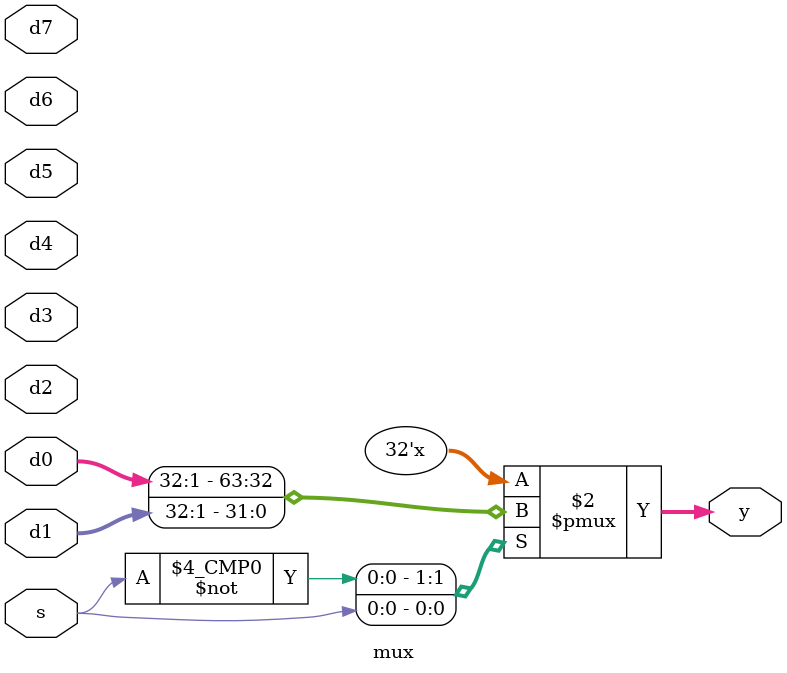
<source format=v>
module mux(s, y, d0, d1, d2, d3, d4, d5, d6, d7);
  parameter num_of_ways = 4, length = 32, siglen = 1;
  input [siglen-1:0]s;
  input [length:1]d0;
  input [length:1]d1;
  input [length:1]d2;
  input [length:1]d3;
  input [length:1]d4;
  input [length:1]d5;
  input [length:1]d6;
  input [length:1]d7;
  output reg [length:1]y;
  always@(s or d0 or d2 or d3 or d1 or d4 or d5 or d6 or d7)
  begin
    case (s)
      0:
        y <= d0;
      1:
        y <= d1;
      2:
        y <= d2;
      3:
        y <= d3;
      4:
        y <= d4;
      5:
        y <= d5;
      6:
        y <= d6;
      7:
        y <= d7;
    endcase
  end
endmodule
</source>
